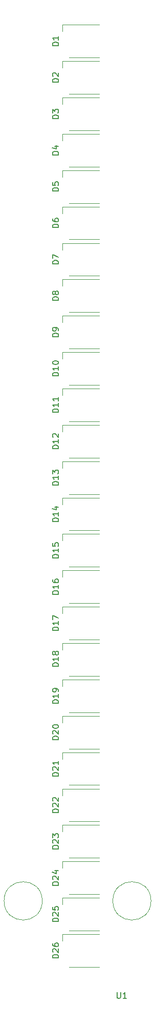
<source format=gbr>
G04 #@! TF.GenerationSoftware,KiCad,Pcbnew,(5.1.4)-1*
G04 #@! TF.CreationDate,2019-09-16T17:16:43+02:00*
G04 #@! TF.ProjectId,LED_Leiste,4c45445f-4c65-4697-9374-652e6b696361,rev?*
G04 #@! TF.SameCoordinates,Original*
G04 #@! TF.FileFunction,Legend,Top*
G04 #@! TF.FilePolarity,Positive*
%FSLAX46Y46*%
G04 Gerber Fmt 4.6, Leading zero omitted, Abs format (unit mm)*
G04 Created by KiCad (PCBNEW (5.1.4)-1) date 2019-09-16 17:16:43*
%MOMM*%
%LPD*%
G04 APERTURE LIST*
%ADD10C,0.120000*%
%ADD11C,0.150000*%
G04 APERTURE END LIST*
D10*
X303600000Y-68900000D02*
X298600000Y-68900000D01*
X297500000Y-64600000D02*
X297500000Y-63500000D01*
X297500000Y-63500000D02*
X303600000Y-63500000D01*
X303600000Y-182900000D02*
X298600000Y-182900000D01*
X297500000Y-178600000D02*
X297500000Y-177500000D01*
X297500000Y-177500000D02*
X303600000Y-177500000D01*
X297500000Y-69500000D02*
X303600000Y-69500000D01*
X297500000Y-70600000D02*
X297500000Y-69500000D01*
X303600000Y-74900000D02*
X298600000Y-74900000D01*
X297500000Y-171500000D02*
X303600000Y-171500000D01*
X297500000Y-172600000D02*
X297500000Y-171500000D01*
X303600000Y-176900000D02*
X298600000Y-176900000D01*
X303600000Y-80900000D02*
X298600000Y-80900000D01*
X297500000Y-76600000D02*
X297500000Y-75500000D01*
X297500000Y-75500000D02*
X303600000Y-75500000D01*
X303600000Y-170900000D02*
X298600000Y-170900000D01*
X297500000Y-166600000D02*
X297500000Y-165500000D01*
X297500000Y-165500000D02*
X303600000Y-165500000D01*
X297500000Y-81500000D02*
X303600000Y-81500000D01*
X297500000Y-82600000D02*
X297500000Y-81500000D01*
X303600000Y-86900000D02*
X298600000Y-86900000D01*
X297500000Y-159500000D02*
X303600000Y-159500000D01*
X297500000Y-160600000D02*
X297500000Y-159500000D01*
X303600000Y-164900000D02*
X298600000Y-164900000D01*
X297500000Y-87500000D02*
X303600000Y-87500000D01*
X297500000Y-88600000D02*
X297500000Y-87500000D01*
X303600000Y-92900000D02*
X298600000Y-92900000D01*
X303600000Y-158900000D02*
X298600000Y-158900000D01*
X297500000Y-154600000D02*
X297500000Y-153500000D01*
X297500000Y-153500000D02*
X303600000Y-153500000D01*
X303600000Y-98900000D02*
X298600000Y-98900000D01*
X297500000Y-94600000D02*
X297500000Y-93500000D01*
X297500000Y-93500000D02*
X303600000Y-93500000D01*
X297500000Y-147500000D02*
X303600000Y-147500000D01*
X297500000Y-148600000D02*
X297500000Y-147500000D01*
X303600000Y-152900000D02*
X298600000Y-152900000D01*
X297500000Y-99500000D02*
X303600000Y-99500000D01*
X297500000Y-100600000D02*
X297500000Y-99500000D01*
X303600000Y-104900000D02*
X298600000Y-104900000D01*
X303600000Y-146900000D02*
X298600000Y-146900000D01*
X297500000Y-142600000D02*
X297500000Y-141500000D01*
X297500000Y-141500000D02*
X303600000Y-141500000D01*
X303600000Y-110900000D02*
X298600000Y-110900000D01*
X297500000Y-106600000D02*
X297500000Y-105500000D01*
X297500000Y-105500000D02*
X303600000Y-105500000D01*
X297500000Y-135500000D02*
X303600000Y-135500000D01*
X297500000Y-136600000D02*
X297500000Y-135500000D01*
X303600000Y-140900000D02*
X298600000Y-140900000D01*
X297500000Y-111500000D02*
X303600000Y-111500000D01*
X297500000Y-112600000D02*
X297500000Y-111500000D01*
X303600000Y-116900000D02*
X298600000Y-116900000D01*
X303600000Y-134900000D02*
X298600000Y-134900000D01*
X297500000Y-130600000D02*
X297500000Y-129500000D01*
X297500000Y-129500000D02*
X303600000Y-129500000D01*
X303600000Y-122900000D02*
X298600000Y-122900000D01*
X297500000Y-118600000D02*
X297500000Y-117500000D01*
X297500000Y-117500000D02*
X303600000Y-117500000D01*
X297500000Y-123500000D02*
X303600000Y-123500000D01*
X297500000Y-124600000D02*
X297500000Y-123500000D01*
X303600000Y-128900000D02*
X298600000Y-128900000D01*
X297500000Y-45500000D02*
X303600000Y-45500000D01*
X297500000Y-46600000D02*
X297500000Y-45500000D01*
X303600000Y-50900000D02*
X298600000Y-50900000D01*
X303600000Y-200900000D02*
X298600000Y-200900000D01*
X297500000Y-196600000D02*
X297500000Y-195500000D01*
X297500000Y-195500000D02*
X303600000Y-195500000D01*
X303600000Y-56900000D02*
X298600000Y-56900000D01*
X297500000Y-52600000D02*
X297500000Y-51500000D01*
X297500000Y-51500000D02*
X303600000Y-51500000D01*
X297500000Y-189500000D02*
X303600000Y-189500000D01*
X297500000Y-190600000D02*
X297500000Y-189500000D01*
X303600000Y-194900000D02*
X298600000Y-194900000D01*
X297500000Y-57500000D02*
X303600000Y-57500000D01*
X297500000Y-58600000D02*
X297500000Y-57500000D01*
X303600000Y-62900000D02*
X298600000Y-62900000D01*
X303600000Y-188900000D02*
X298600000Y-188900000D01*
X297500000Y-184600000D02*
X297500000Y-183500000D01*
X297500000Y-183500000D02*
X303600000Y-183500000D01*
X294162278Y-190000000D02*
G75*
G03X294162278Y-190000000I-3162278J0D01*
G01*
X312162278Y-190000000D02*
G75*
G03X312162278Y-190000000I-3162278J0D01*
G01*
D11*
X296852380Y-66938095D02*
X295852380Y-66938095D01*
X295852380Y-66700000D01*
X295900000Y-66557142D01*
X295995238Y-66461904D01*
X296090476Y-66414285D01*
X296280952Y-66366666D01*
X296423809Y-66366666D01*
X296614285Y-66414285D01*
X296709523Y-66461904D01*
X296804761Y-66557142D01*
X296852380Y-66700000D01*
X296852380Y-66938095D01*
X296185714Y-65509523D02*
X296852380Y-65509523D01*
X295804761Y-65747619D02*
X296519047Y-65985714D01*
X296519047Y-65366666D01*
X296852380Y-181414285D02*
X295852380Y-181414285D01*
X295852380Y-181176190D01*
X295900000Y-181033333D01*
X295995238Y-180938095D01*
X296090476Y-180890476D01*
X296280952Y-180842857D01*
X296423809Y-180842857D01*
X296614285Y-180890476D01*
X296709523Y-180938095D01*
X296804761Y-181033333D01*
X296852380Y-181176190D01*
X296852380Y-181414285D01*
X295947619Y-180461904D02*
X295900000Y-180414285D01*
X295852380Y-180319047D01*
X295852380Y-180080952D01*
X295900000Y-179985714D01*
X295947619Y-179938095D01*
X296042857Y-179890476D01*
X296138095Y-179890476D01*
X296280952Y-179938095D01*
X296852380Y-180509523D01*
X296852380Y-179890476D01*
X295852380Y-179557142D02*
X295852380Y-178938095D01*
X296233333Y-179271428D01*
X296233333Y-179128571D01*
X296280952Y-179033333D01*
X296328571Y-178985714D01*
X296423809Y-178938095D01*
X296661904Y-178938095D01*
X296757142Y-178985714D01*
X296804761Y-179033333D01*
X296852380Y-179128571D01*
X296852380Y-179414285D01*
X296804761Y-179509523D01*
X296757142Y-179557142D01*
X296852380Y-72938095D02*
X295852380Y-72938095D01*
X295852380Y-72700000D01*
X295900000Y-72557142D01*
X295995238Y-72461904D01*
X296090476Y-72414285D01*
X296280952Y-72366666D01*
X296423809Y-72366666D01*
X296614285Y-72414285D01*
X296709523Y-72461904D01*
X296804761Y-72557142D01*
X296852380Y-72700000D01*
X296852380Y-72938095D01*
X295852380Y-71461904D02*
X295852380Y-71938095D01*
X296328571Y-71985714D01*
X296280952Y-71938095D01*
X296233333Y-71842857D01*
X296233333Y-71604761D01*
X296280952Y-71509523D01*
X296328571Y-71461904D01*
X296423809Y-71414285D01*
X296661904Y-71414285D01*
X296757142Y-71461904D01*
X296804761Y-71509523D01*
X296852380Y-71604761D01*
X296852380Y-71842857D01*
X296804761Y-71938095D01*
X296757142Y-71985714D01*
X296852380Y-175414285D02*
X295852380Y-175414285D01*
X295852380Y-175176190D01*
X295900000Y-175033333D01*
X295995238Y-174938095D01*
X296090476Y-174890476D01*
X296280952Y-174842857D01*
X296423809Y-174842857D01*
X296614285Y-174890476D01*
X296709523Y-174938095D01*
X296804761Y-175033333D01*
X296852380Y-175176190D01*
X296852380Y-175414285D01*
X295947619Y-174461904D02*
X295900000Y-174414285D01*
X295852380Y-174319047D01*
X295852380Y-174080952D01*
X295900000Y-173985714D01*
X295947619Y-173938095D01*
X296042857Y-173890476D01*
X296138095Y-173890476D01*
X296280952Y-173938095D01*
X296852380Y-174509523D01*
X296852380Y-173890476D01*
X295947619Y-173509523D02*
X295900000Y-173461904D01*
X295852380Y-173366666D01*
X295852380Y-173128571D01*
X295900000Y-173033333D01*
X295947619Y-172985714D01*
X296042857Y-172938095D01*
X296138095Y-172938095D01*
X296280952Y-172985714D01*
X296852380Y-173557142D01*
X296852380Y-172938095D01*
X296852380Y-78938095D02*
X295852380Y-78938095D01*
X295852380Y-78700000D01*
X295900000Y-78557142D01*
X295995238Y-78461904D01*
X296090476Y-78414285D01*
X296280952Y-78366666D01*
X296423809Y-78366666D01*
X296614285Y-78414285D01*
X296709523Y-78461904D01*
X296804761Y-78557142D01*
X296852380Y-78700000D01*
X296852380Y-78938095D01*
X295852380Y-77509523D02*
X295852380Y-77700000D01*
X295900000Y-77795238D01*
X295947619Y-77842857D01*
X296090476Y-77938095D01*
X296280952Y-77985714D01*
X296661904Y-77985714D01*
X296757142Y-77938095D01*
X296804761Y-77890476D01*
X296852380Y-77795238D01*
X296852380Y-77604761D01*
X296804761Y-77509523D01*
X296757142Y-77461904D01*
X296661904Y-77414285D01*
X296423809Y-77414285D01*
X296328571Y-77461904D01*
X296280952Y-77509523D01*
X296233333Y-77604761D01*
X296233333Y-77795238D01*
X296280952Y-77890476D01*
X296328571Y-77938095D01*
X296423809Y-77985714D01*
X296852380Y-169414285D02*
X295852380Y-169414285D01*
X295852380Y-169176190D01*
X295900000Y-169033333D01*
X295995238Y-168938095D01*
X296090476Y-168890476D01*
X296280952Y-168842857D01*
X296423809Y-168842857D01*
X296614285Y-168890476D01*
X296709523Y-168938095D01*
X296804761Y-169033333D01*
X296852380Y-169176190D01*
X296852380Y-169414285D01*
X295947619Y-168461904D02*
X295900000Y-168414285D01*
X295852380Y-168319047D01*
X295852380Y-168080952D01*
X295900000Y-167985714D01*
X295947619Y-167938095D01*
X296042857Y-167890476D01*
X296138095Y-167890476D01*
X296280952Y-167938095D01*
X296852380Y-168509523D01*
X296852380Y-167890476D01*
X296852380Y-166938095D02*
X296852380Y-167509523D01*
X296852380Y-167223809D02*
X295852380Y-167223809D01*
X295995238Y-167319047D01*
X296090476Y-167414285D01*
X296138095Y-167509523D01*
X296852380Y-84938095D02*
X295852380Y-84938095D01*
X295852380Y-84700000D01*
X295900000Y-84557142D01*
X295995238Y-84461904D01*
X296090476Y-84414285D01*
X296280952Y-84366666D01*
X296423809Y-84366666D01*
X296614285Y-84414285D01*
X296709523Y-84461904D01*
X296804761Y-84557142D01*
X296852380Y-84700000D01*
X296852380Y-84938095D01*
X295852380Y-84033333D02*
X295852380Y-83366666D01*
X296852380Y-83795238D01*
X296852380Y-163414285D02*
X295852380Y-163414285D01*
X295852380Y-163176190D01*
X295900000Y-163033333D01*
X295995238Y-162938095D01*
X296090476Y-162890476D01*
X296280952Y-162842857D01*
X296423809Y-162842857D01*
X296614285Y-162890476D01*
X296709523Y-162938095D01*
X296804761Y-163033333D01*
X296852380Y-163176190D01*
X296852380Y-163414285D01*
X295947619Y-162461904D02*
X295900000Y-162414285D01*
X295852380Y-162319047D01*
X295852380Y-162080952D01*
X295900000Y-161985714D01*
X295947619Y-161938095D01*
X296042857Y-161890476D01*
X296138095Y-161890476D01*
X296280952Y-161938095D01*
X296852380Y-162509523D01*
X296852380Y-161890476D01*
X295852380Y-161271428D02*
X295852380Y-161176190D01*
X295900000Y-161080952D01*
X295947619Y-161033333D01*
X296042857Y-160985714D01*
X296233333Y-160938095D01*
X296471428Y-160938095D01*
X296661904Y-160985714D01*
X296757142Y-161033333D01*
X296804761Y-161080952D01*
X296852380Y-161176190D01*
X296852380Y-161271428D01*
X296804761Y-161366666D01*
X296757142Y-161414285D01*
X296661904Y-161461904D01*
X296471428Y-161509523D01*
X296233333Y-161509523D01*
X296042857Y-161461904D01*
X295947619Y-161414285D01*
X295900000Y-161366666D01*
X295852380Y-161271428D01*
X296852380Y-90938095D02*
X295852380Y-90938095D01*
X295852380Y-90700000D01*
X295900000Y-90557142D01*
X295995238Y-90461904D01*
X296090476Y-90414285D01*
X296280952Y-90366666D01*
X296423809Y-90366666D01*
X296614285Y-90414285D01*
X296709523Y-90461904D01*
X296804761Y-90557142D01*
X296852380Y-90700000D01*
X296852380Y-90938095D01*
X296280952Y-89795238D02*
X296233333Y-89890476D01*
X296185714Y-89938095D01*
X296090476Y-89985714D01*
X296042857Y-89985714D01*
X295947619Y-89938095D01*
X295900000Y-89890476D01*
X295852380Y-89795238D01*
X295852380Y-89604761D01*
X295900000Y-89509523D01*
X295947619Y-89461904D01*
X296042857Y-89414285D01*
X296090476Y-89414285D01*
X296185714Y-89461904D01*
X296233333Y-89509523D01*
X296280952Y-89604761D01*
X296280952Y-89795238D01*
X296328571Y-89890476D01*
X296376190Y-89938095D01*
X296471428Y-89985714D01*
X296661904Y-89985714D01*
X296757142Y-89938095D01*
X296804761Y-89890476D01*
X296852380Y-89795238D01*
X296852380Y-89604761D01*
X296804761Y-89509523D01*
X296757142Y-89461904D01*
X296661904Y-89414285D01*
X296471428Y-89414285D01*
X296376190Y-89461904D01*
X296328571Y-89509523D01*
X296280952Y-89604761D01*
X296852380Y-157414285D02*
X295852380Y-157414285D01*
X295852380Y-157176190D01*
X295900000Y-157033333D01*
X295995238Y-156938095D01*
X296090476Y-156890476D01*
X296280952Y-156842857D01*
X296423809Y-156842857D01*
X296614285Y-156890476D01*
X296709523Y-156938095D01*
X296804761Y-157033333D01*
X296852380Y-157176190D01*
X296852380Y-157414285D01*
X296852380Y-155890476D02*
X296852380Y-156461904D01*
X296852380Y-156176190D02*
X295852380Y-156176190D01*
X295995238Y-156271428D01*
X296090476Y-156366666D01*
X296138095Y-156461904D01*
X296852380Y-155414285D02*
X296852380Y-155223809D01*
X296804761Y-155128571D01*
X296757142Y-155080952D01*
X296614285Y-154985714D01*
X296423809Y-154938095D01*
X296042857Y-154938095D01*
X295947619Y-154985714D01*
X295900000Y-155033333D01*
X295852380Y-155128571D01*
X295852380Y-155319047D01*
X295900000Y-155414285D01*
X295947619Y-155461904D01*
X296042857Y-155509523D01*
X296280952Y-155509523D01*
X296376190Y-155461904D01*
X296423809Y-155414285D01*
X296471428Y-155319047D01*
X296471428Y-155128571D01*
X296423809Y-155033333D01*
X296376190Y-154985714D01*
X296280952Y-154938095D01*
X296852380Y-96938095D02*
X295852380Y-96938095D01*
X295852380Y-96700000D01*
X295900000Y-96557142D01*
X295995238Y-96461904D01*
X296090476Y-96414285D01*
X296280952Y-96366666D01*
X296423809Y-96366666D01*
X296614285Y-96414285D01*
X296709523Y-96461904D01*
X296804761Y-96557142D01*
X296852380Y-96700000D01*
X296852380Y-96938095D01*
X296852380Y-95890476D02*
X296852380Y-95700000D01*
X296804761Y-95604761D01*
X296757142Y-95557142D01*
X296614285Y-95461904D01*
X296423809Y-95414285D01*
X296042857Y-95414285D01*
X295947619Y-95461904D01*
X295900000Y-95509523D01*
X295852380Y-95604761D01*
X295852380Y-95795238D01*
X295900000Y-95890476D01*
X295947619Y-95938095D01*
X296042857Y-95985714D01*
X296280952Y-95985714D01*
X296376190Y-95938095D01*
X296423809Y-95890476D01*
X296471428Y-95795238D01*
X296471428Y-95604761D01*
X296423809Y-95509523D01*
X296376190Y-95461904D01*
X296280952Y-95414285D01*
X296852380Y-151314285D02*
X295852380Y-151314285D01*
X295852380Y-151076190D01*
X295900000Y-150933333D01*
X295995238Y-150838095D01*
X296090476Y-150790476D01*
X296280952Y-150742857D01*
X296423809Y-150742857D01*
X296614285Y-150790476D01*
X296709523Y-150838095D01*
X296804761Y-150933333D01*
X296852380Y-151076190D01*
X296852380Y-151314285D01*
X296852380Y-149790476D02*
X296852380Y-150361904D01*
X296852380Y-150076190D02*
X295852380Y-150076190D01*
X295995238Y-150171428D01*
X296090476Y-150266666D01*
X296138095Y-150361904D01*
X296280952Y-149219047D02*
X296233333Y-149314285D01*
X296185714Y-149361904D01*
X296090476Y-149409523D01*
X296042857Y-149409523D01*
X295947619Y-149361904D01*
X295900000Y-149314285D01*
X295852380Y-149219047D01*
X295852380Y-149028571D01*
X295900000Y-148933333D01*
X295947619Y-148885714D01*
X296042857Y-148838095D01*
X296090476Y-148838095D01*
X296185714Y-148885714D01*
X296233333Y-148933333D01*
X296280952Y-149028571D01*
X296280952Y-149219047D01*
X296328571Y-149314285D01*
X296376190Y-149361904D01*
X296471428Y-149409523D01*
X296661904Y-149409523D01*
X296757142Y-149361904D01*
X296804761Y-149314285D01*
X296852380Y-149219047D01*
X296852380Y-149028571D01*
X296804761Y-148933333D01*
X296757142Y-148885714D01*
X296661904Y-148838095D01*
X296471428Y-148838095D01*
X296376190Y-148885714D01*
X296328571Y-148933333D01*
X296280952Y-149028571D01*
X296852380Y-103414285D02*
X295852380Y-103414285D01*
X295852380Y-103176190D01*
X295900000Y-103033333D01*
X295995238Y-102938095D01*
X296090476Y-102890476D01*
X296280952Y-102842857D01*
X296423809Y-102842857D01*
X296614285Y-102890476D01*
X296709523Y-102938095D01*
X296804761Y-103033333D01*
X296852380Y-103176190D01*
X296852380Y-103414285D01*
X296852380Y-101890476D02*
X296852380Y-102461904D01*
X296852380Y-102176190D02*
X295852380Y-102176190D01*
X295995238Y-102271428D01*
X296090476Y-102366666D01*
X296138095Y-102461904D01*
X295852380Y-101271428D02*
X295852380Y-101176190D01*
X295900000Y-101080952D01*
X295947619Y-101033333D01*
X296042857Y-100985714D01*
X296233333Y-100938095D01*
X296471428Y-100938095D01*
X296661904Y-100985714D01*
X296757142Y-101033333D01*
X296804761Y-101080952D01*
X296852380Y-101176190D01*
X296852380Y-101271428D01*
X296804761Y-101366666D01*
X296757142Y-101414285D01*
X296661904Y-101461904D01*
X296471428Y-101509523D01*
X296233333Y-101509523D01*
X296042857Y-101461904D01*
X295947619Y-101414285D01*
X295900000Y-101366666D01*
X295852380Y-101271428D01*
X296852380Y-145414285D02*
X295852380Y-145414285D01*
X295852380Y-145176190D01*
X295900000Y-145033333D01*
X295995238Y-144938095D01*
X296090476Y-144890476D01*
X296280952Y-144842857D01*
X296423809Y-144842857D01*
X296614285Y-144890476D01*
X296709523Y-144938095D01*
X296804761Y-145033333D01*
X296852380Y-145176190D01*
X296852380Y-145414285D01*
X296852380Y-143890476D02*
X296852380Y-144461904D01*
X296852380Y-144176190D02*
X295852380Y-144176190D01*
X295995238Y-144271428D01*
X296090476Y-144366666D01*
X296138095Y-144461904D01*
X295852380Y-143557142D02*
X295852380Y-142890476D01*
X296852380Y-143319047D01*
X296852380Y-109414285D02*
X295852380Y-109414285D01*
X295852380Y-109176190D01*
X295900000Y-109033333D01*
X295995238Y-108938095D01*
X296090476Y-108890476D01*
X296280952Y-108842857D01*
X296423809Y-108842857D01*
X296614285Y-108890476D01*
X296709523Y-108938095D01*
X296804761Y-109033333D01*
X296852380Y-109176190D01*
X296852380Y-109414285D01*
X296852380Y-107890476D02*
X296852380Y-108461904D01*
X296852380Y-108176190D02*
X295852380Y-108176190D01*
X295995238Y-108271428D01*
X296090476Y-108366666D01*
X296138095Y-108461904D01*
X296852380Y-106938095D02*
X296852380Y-107509523D01*
X296852380Y-107223809D02*
X295852380Y-107223809D01*
X295995238Y-107319047D01*
X296090476Y-107414285D01*
X296138095Y-107509523D01*
X296852380Y-139414285D02*
X295852380Y-139414285D01*
X295852380Y-139176190D01*
X295900000Y-139033333D01*
X295995238Y-138938095D01*
X296090476Y-138890476D01*
X296280952Y-138842857D01*
X296423809Y-138842857D01*
X296614285Y-138890476D01*
X296709523Y-138938095D01*
X296804761Y-139033333D01*
X296852380Y-139176190D01*
X296852380Y-139414285D01*
X296852380Y-137890476D02*
X296852380Y-138461904D01*
X296852380Y-138176190D02*
X295852380Y-138176190D01*
X295995238Y-138271428D01*
X296090476Y-138366666D01*
X296138095Y-138461904D01*
X295852380Y-137033333D02*
X295852380Y-137223809D01*
X295900000Y-137319047D01*
X295947619Y-137366666D01*
X296090476Y-137461904D01*
X296280952Y-137509523D01*
X296661904Y-137509523D01*
X296757142Y-137461904D01*
X296804761Y-137414285D01*
X296852380Y-137319047D01*
X296852380Y-137128571D01*
X296804761Y-137033333D01*
X296757142Y-136985714D01*
X296661904Y-136938095D01*
X296423809Y-136938095D01*
X296328571Y-136985714D01*
X296280952Y-137033333D01*
X296233333Y-137128571D01*
X296233333Y-137319047D01*
X296280952Y-137414285D01*
X296328571Y-137461904D01*
X296423809Y-137509523D01*
X296852380Y-115414285D02*
X295852380Y-115414285D01*
X295852380Y-115176190D01*
X295900000Y-115033333D01*
X295995238Y-114938095D01*
X296090476Y-114890476D01*
X296280952Y-114842857D01*
X296423809Y-114842857D01*
X296614285Y-114890476D01*
X296709523Y-114938095D01*
X296804761Y-115033333D01*
X296852380Y-115176190D01*
X296852380Y-115414285D01*
X296852380Y-113890476D02*
X296852380Y-114461904D01*
X296852380Y-114176190D02*
X295852380Y-114176190D01*
X295995238Y-114271428D01*
X296090476Y-114366666D01*
X296138095Y-114461904D01*
X295947619Y-113509523D02*
X295900000Y-113461904D01*
X295852380Y-113366666D01*
X295852380Y-113128571D01*
X295900000Y-113033333D01*
X295947619Y-112985714D01*
X296042857Y-112938095D01*
X296138095Y-112938095D01*
X296280952Y-112985714D01*
X296852380Y-113557142D01*
X296852380Y-112938095D01*
X296852380Y-133414285D02*
X295852380Y-133414285D01*
X295852380Y-133176190D01*
X295900000Y-133033333D01*
X295995238Y-132938095D01*
X296090476Y-132890476D01*
X296280952Y-132842857D01*
X296423809Y-132842857D01*
X296614285Y-132890476D01*
X296709523Y-132938095D01*
X296804761Y-133033333D01*
X296852380Y-133176190D01*
X296852380Y-133414285D01*
X296852380Y-131890476D02*
X296852380Y-132461904D01*
X296852380Y-132176190D02*
X295852380Y-132176190D01*
X295995238Y-132271428D01*
X296090476Y-132366666D01*
X296138095Y-132461904D01*
X295852380Y-130985714D02*
X295852380Y-131461904D01*
X296328571Y-131509523D01*
X296280952Y-131461904D01*
X296233333Y-131366666D01*
X296233333Y-131128571D01*
X296280952Y-131033333D01*
X296328571Y-130985714D01*
X296423809Y-130938095D01*
X296661904Y-130938095D01*
X296757142Y-130985714D01*
X296804761Y-131033333D01*
X296852380Y-131128571D01*
X296852380Y-131366666D01*
X296804761Y-131461904D01*
X296757142Y-131509523D01*
X296852380Y-121414285D02*
X295852380Y-121414285D01*
X295852380Y-121176190D01*
X295900000Y-121033333D01*
X295995238Y-120938095D01*
X296090476Y-120890476D01*
X296280952Y-120842857D01*
X296423809Y-120842857D01*
X296614285Y-120890476D01*
X296709523Y-120938095D01*
X296804761Y-121033333D01*
X296852380Y-121176190D01*
X296852380Y-121414285D01*
X296852380Y-119890476D02*
X296852380Y-120461904D01*
X296852380Y-120176190D02*
X295852380Y-120176190D01*
X295995238Y-120271428D01*
X296090476Y-120366666D01*
X296138095Y-120461904D01*
X295852380Y-119557142D02*
X295852380Y-118938095D01*
X296233333Y-119271428D01*
X296233333Y-119128571D01*
X296280952Y-119033333D01*
X296328571Y-118985714D01*
X296423809Y-118938095D01*
X296661904Y-118938095D01*
X296757142Y-118985714D01*
X296804761Y-119033333D01*
X296852380Y-119128571D01*
X296852380Y-119414285D01*
X296804761Y-119509523D01*
X296757142Y-119557142D01*
X296852380Y-127414285D02*
X295852380Y-127414285D01*
X295852380Y-127176190D01*
X295900000Y-127033333D01*
X295995238Y-126938095D01*
X296090476Y-126890476D01*
X296280952Y-126842857D01*
X296423809Y-126842857D01*
X296614285Y-126890476D01*
X296709523Y-126938095D01*
X296804761Y-127033333D01*
X296852380Y-127176190D01*
X296852380Y-127414285D01*
X296852380Y-125890476D02*
X296852380Y-126461904D01*
X296852380Y-126176190D02*
X295852380Y-126176190D01*
X295995238Y-126271428D01*
X296090476Y-126366666D01*
X296138095Y-126461904D01*
X296185714Y-125033333D02*
X296852380Y-125033333D01*
X295804761Y-125271428D02*
X296519047Y-125509523D01*
X296519047Y-124890476D01*
X296852380Y-48938095D02*
X295852380Y-48938095D01*
X295852380Y-48700000D01*
X295900000Y-48557142D01*
X295995238Y-48461904D01*
X296090476Y-48414285D01*
X296280952Y-48366666D01*
X296423809Y-48366666D01*
X296614285Y-48414285D01*
X296709523Y-48461904D01*
X296804761Y-48557142D01*
X296852380Y-48700000D01*
X296852380Y-48938095D01*
X296852380Y-47414285D02*
X296852380Y-47985714D01*
X296852380Y-47700000D02*
X295852380Y-47700000D01*
X295995238Y-47795238D01*
X296090476Y-47890476D01*
X296138095Y-47985714D01*
X296852380Y-199414285D02*
X295852380Y-199414285D01*
X295852380Y-199176190D01*
X295900000Y-199033333D01*
X295995238Y-198938095D01*
X296090476Y-198890476D01*
X296280952Y-198842857D01*
X296423809Y-198842857D01*
X296614285Y-198890476D01*
X296709523Y-198938095D01*
X296804761Y-199033333D01*
X296852380Y-199176190D01*
X296852380Y-199414285D01*
X295947619Y-198461904D02*
X295900000Y-198414285D01*
X295852380Y-198319047D01*
X295852380Y-198080952D01*
X295900000Y-197985714D01*
X295947619Y-197938095D01*
X296042857Y-197890476D01*
X296138095Y-197890476D01*
X296280952Y-197938095D01*
X296852380Y-198509523D01*
X296852380Y-197890476D01*
X295852380Y-197033333D02*
X295852380Y-197223809D01*
X295900000Y-197319047D01*
X295947619Y-197366666D01*
X296090476Y-197461904D01*
X296280952Y-197509523D01*
X296661904Y-197509523D01*
X296757142Y-197461904D01*
X296804761Y-197414285D01*
X296852380Y-197319047D01*
X296852380Y-197128571D01*
X296804761Y-197033333D01*
X296757142Y-196985714D01*
X296661904Y-196938095D01*
X296423809Y-196938095D01*
X296328571Y-196985714D01*
X296280952Y-197033333D01*
X296233333Y-197128571D01*
X296233333Y-197319047D01*
X296280952Y-197414285D01*
X296328571Y-197461904D01*
X296423809Y-197509523D01*
X296852380Y-54938095D02*
X295852380Y-54938095D01*
X295852380Y-54700000D01*
X295900000Y-54557142D01*
X295995238Y-54461904D01*
X296090476Y-54414285D01*
X296280952Y-54366666D01*
X296423809Y-54366666D01*
X296614285Y-54414285D01*
X296709523Y-54461904D01*
X296804761Y-54557142D01*
X296852380Y-54700000D01*
X296852380Y-54938095D01*
X295947619Y-53985714D02*
X295900000Y-53938095D01*
X295852380Y-53842857D01*
X295852380Y-53604761D01*
X295900000Y-53509523D01*
X295947619Y-53461904D01*
X296042857Y-53414285D01*
X296138095Y-53414285D01*
X296280952Y-53461904D01*
X296852380Y-54033333D01*
X296852380Y-53414285D01*
X296852380Y-193414285D02*
X295852380Y-193414285D01*
X295852380Y-193176190D01*
X295900000Y-193033333D01*
X295995238Y-192938095D01*
X296090476Y-192890476D01*
X296280952Y-192842857D01*
X296423809Y-192842857D01*
X296614285Y-192890476D01*
X296709523Y-192938095D01*
X296804761Y-193033333D01*
X296852380Y-193176190D01*
X296852380Y-193414285D01*
X295947619Y-192461904D02*
X295900000Y-192414285D01*
X295852380Y-192319047D01*
X295852380Y-192080952D01*
X295900000Y-191985714D01*
X295947619Y-191938095D01*
X296042857Y-191890476D01*
X296138095Y-191890476D01*
X296280952Y-191938095D01*
X296852380Y-192509523D01*
X296852380Y-191890476D01*
X295852380Y-190985714D02*
X295852380Y-191461904D01*
X296328571Y-191509523D01*
X296280952Y-191461904D01*
X296233333Y-191366666D01*
X296233333Y-191128571D01*
X296280952Y-191033333D01*
X296328571Y-190985714D01*
X296423809Y-190938095D01*
X296661904Y-190938095D01*
X296757142Y-190985714D01*
X296804761Y-191033333D01*
X296852380Y-191128571D01*
X296852380Y-191366666D01*
X296804761Y-191461904D01*
X296757142Y-191509523D01*
X296852380Y-60938095D02*
X295852380Y-60938095D01*
X295852380Y-60700000D01*
X295900000Y-60557142D01*
X295995238Y-60461904D01*
X296090476Y-60414285D01*
X296280952Y-60366666D01*
X296423809Y-60366666D01*
X296614285Y-60414285D01*
X296709523Y-60461904D01*
X296804761Y-60557142D01*
X296852380Y-60700000D01*
X296852380Y-60938095D01*
X295852380Y-60033333D02*
X295852380Y-59414285D01*
X296233333Y-59747619D01*
X296233333Y-59604761D01*
X296280952Y-59509523D01*
X296328571Y-59461904D01*
X296423809Y-59414285D01*
X296661904Y-59414285D01*
X296757142Y-59461904D01*
X296804761Y-59509523D01*
X296852380Y-59604761D01*
X296852380Y-59890476D01*
X296804761Y-59985714D01*
X296757142Y-60033333D01*
X296852380Y-187414285D02*
X295852380Y-187414285D01*
X295852380Y-187176190D01*
X295900000Y-187033333D01*
X295995238Y-186938095D01*
X296090476Y-186890476D01*
X296280952Y-186842857D01*
X296423809Y-186842857D01*
X296614285Y-186890476D01*
X296709523Y-186938095D01*
X296804761Y-187033333D01*
X296852380Y-187176190D01*
X296852380Y-187414285D01*
X295947619Y-186461904D02*
X295900000Y-186414285D01*
X295852380Y-186319047D01*
X295852380Y-186080952D01*
X295900000Y-185985714D01*
X295947619Y-185938095D01*
X296042857Y-185890476D01*
X296138095Y-185890476D01*
X296280952Y-185938095D01*
X296852380Y-186509523D01*
X296852380Y-185890476D01*
X296185714Y-185033333D02*
X296852380Y-185033333D01*
X295804761Y-185271428D02*
X296519047Y-185509523D01*
X296519047Y-184890476D01*
X306538095Y-205052380D02*
X306538095Y-205861904D01*
X306585714Y-205957142D01*
X306633333Y-206004761D01*
X306728571Y-206052380D01*
X306919047Y-206052380D01*
X307014285Y-206004761D01*
X307061904Y-205957142D01*
X307109523Y-205861904D01*
X307109523Y-205052380D01*
X308109523Y-206052380D02*
X307538095Y-206052380D01*
X307823809Y-206052380D02*
X307823809Y-205052380D01*
X307728571Y-205195238D01*
X307633333Y-205290476D01*
X307538095Y-205338095D01*
M02*

</source>
